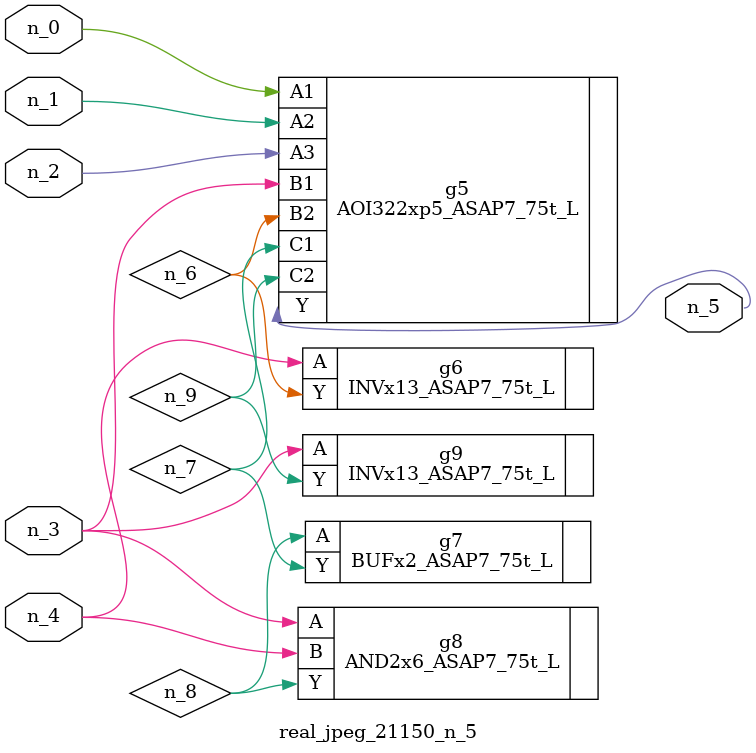
<source format=v>
module real_jpeg_21150_n_5 (n_4, n_0, n_1, n_2, n_3, n_5);

input n_4;
input n_0;
input n_1;
input n_2;
input n_3;

output n_5;

wire n_8;
wire n_6;
wire n_7;
wire n_9;

AOI322xp5_ASAP7_75t_L g5 ( 
.A1(n_0),
.A2(n_1),
.A3(n_2),
.B1(n_3),
.B2(n_6),
.C1(n_7),
.C2(n_9),
.Y(n_5)
);

AND2x6_ASAP7_75t_L g8 ( 
.A(n_3),
.B(n_4),
.Y(n_8)
);

INVx13_ASAP7_75t_L g9 ( 
.A(n_3),
.Y(n_9)
);

INVx13_ASAP7_75t_L g6 ( 
.A(n_4),
.Y(n_6)
);

BUFx2_ASAP7_75t_L g7 ( 
.A(n_8),
.Y(n_7)
);


endmodule
</source>
